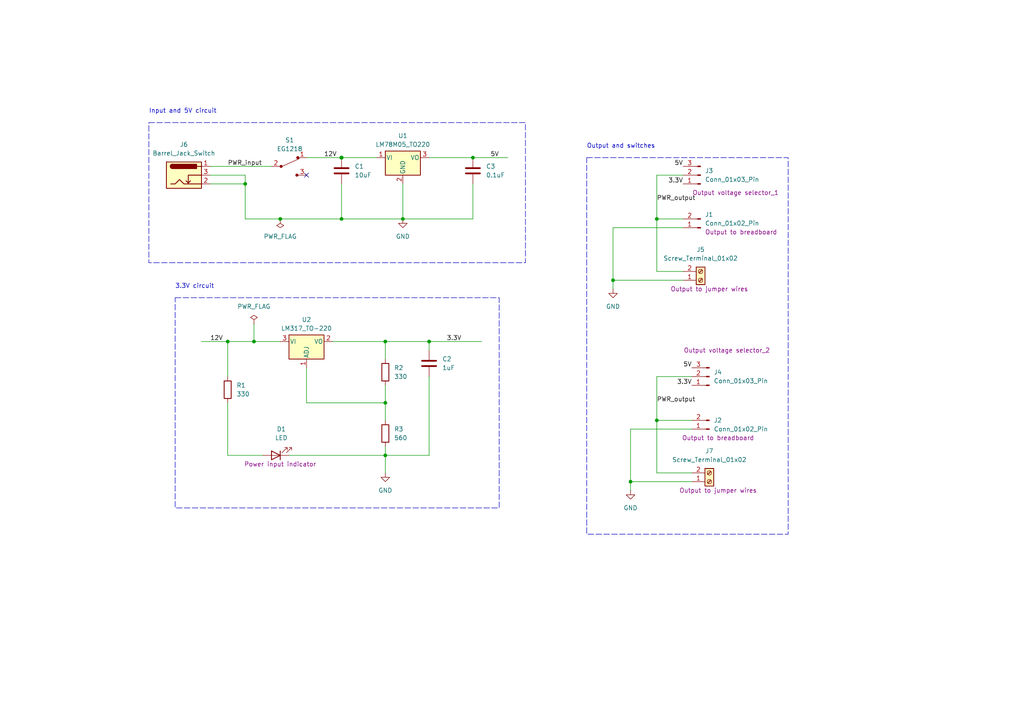
<source format=kicad_sch>
(kicad_sch (version 20230121) (generator eeschema)

  (uuid dc89dc35-6561-4117-872a-91dbdc66a9cd)

  (paper "A4")

  (title_block
    (title "Breadboard Project")
    (date "2024-07-05")
    (rev "1")
  )

  (lib_symbols
    (symbol "Connector:Barrel_Jack_Switch" (pin_names hide) (in_bom yes) (on_board yes)
      (property "Reference" "J" (at 0 5.334 0)
        (effects (font (size 1.27 1.27)))
      )
      (property "Value" "Barrel_Jack_Switch" (at 0 -5.08 0)
        (effects (font (size 1.27 1.27)))
      )
      (property "Footprint" "" (at 1.27 -1.016 0)
        (effects (font (size 1.27 1.27)) hide)
      )
      (property "Datasheet" "~" (at 1.27 -1.016 0)
        (effects (font (size 1.27 1.27)) hide)
      )
      (property "ki_keywords" "DC power barrel jack connector" (at 0 0 0)
        (effects (font (size 1.27 1.27)) hide)
      )
      (property "ki_description" "DC Barrel Jack with an internal switch" (at 0 0 0)
        (effects (font (size 1.27 1.27)) hide)
      )
      (property "ki_fp_filters" "BarrelJack*" (at 0 0 0)
        (effects (font (size 1.27 1.27)) hide)
      )
      (symbol "Barrel_Jack_Switch_0_1"
        (rectangle (start -5.08 3.81) (end 5.08 -3.81)
          (stroke (width 0.254) (type default))
          (fill (type background))
        )
        (arc (start -3.302 3.175) (mid -3.9343 2.54) (end -3.302 1.905)
          (stroke (width 0.254) (type default))
          (fill (type none))
        )
        (arc (start -3.302 3.175) (mid -3.9343 2.54) (end -3.302 1.905)
          (stroke (width 0.254) (type default))
          (fill (type outline))
        )
        (polyline
          (pts
            (xy 1.27 -2.286)
            (xy 1.905 -1.651)
          )
          (stroke (width 0.254) (type default))
          (fill (type none))
        )
        (polyline
          (pts
            (xy 5.08 2.54)
            (xy 3.81 2.54)
          )
          (stroke (width 0.254) (type default))
          (fill (type none))
        )
        (polyline
          (pts
            (xy 5.08 0)
            (xy 1.27 0)
            (xy 1.27 -2.286)
            (xy 0.635 -1.651)
          )
          (stroke (width 0.254) (type default))
          (fill (type none))
        )
        (polyline
          (pts
            (xy -3.81 -2.54)
            (xy -2.54 -2.54)
            (xy -1.27 -1.27)
            (xy 0 -2.54)
            (xy 2.54 -2.54)
            (xy 5.08 -2.54)
          )
          (stroke (width 0.254) (type default))
          (fill (type none))
        )
        (rectangle (start 3.683 3.175) (end -3.302 1.905)
          (stroke (width 0.254) (type default))
          (fill (type outline))
        )
      )
      (symbol "Barrel_Jack_Switch_1_1"
        (pin passive line (at 7.62 2.54 180) (length 2.54)
          (name "~" (effects (font (size 1.27 1.27))))
          (number "1" (effects (font (size 1.27 1.27))))
        )
        (pin passive line (at 7.62 -2.54 180) (length 2.54)
          (name "~" (effects (font (size 1.27 1.27))))
          (number "2" (effects (font (size 1.27 1.27))))
        )
        (pin passive line (at 7.62 0 180) (length 2.54)
          (name "~" (effects (font (size 1.27 1.27))))
          (number "3" (effects (font (size 1.27 1.27))))
        )
      )
    )
    (symbol "Connector:Conn_01x02_Pin" (pin_names (offset 1.016) hide) (in_bom yes) (on_board yes)
      (property "Reference" "J" (at 0 2.54 0)
        (effects (font (size 1.27 1.27)))
      )
      (property "Value" "Conn_01x02_Pin" (at 0 -5.08 0)
        (effects (font (size 1.27 1.27)))
      )
      (property "Footprint" "" (at 0 0 0)
        (effects (font (size 1.27 1.27)) hide)
      )
      (property "Datasheet" "~" (at 0 0 0)
        (effects (font (size 1.27 1.27)) hide)
      )
      (property "ki_locked" "" (at 0 0 0)
        (effects (font (size 1.27 1.27)))
      )
      (property "ki_keywords" "connector" (at 0 0 0)
        (effects (font (size 1.27 1.27)) hide)
      )
      (property "ki_description" "Generic connector, single row, 01x02, script generated" (at 0 0 0)
        (effects (font (size 1.27 1.27)) hide)
      )
      (property "ki_fp_filters" "Connector*:*_1x??_*" (at 0 0 0)
        (effects (font (size 1.27 1.27)) hide)
      )
      (symbol "Conn_01x02_Pin_1_1"
        (polyline
          (pts
            (xy 1.27 -2.54)
            (xy 0.8636 -2.54)
          )
          (stroke (width 0.1524) (type default))
          (fill (type none))
        )
        (polyline
          (pts
            (xy 1.27 0)
            (xy 0.8636 0)
          )
          (stroke (width 0.1524) (type default))
          (fill (type none))
        )
        (rectangle (start 0.8636 -2.413) (end 0 -2.667)
          (stroke (width 0.1524) (type default))
          (fill (type outline))
        )
        (rectangle (start 0.8636 0.127) (end 0 -0.127)
          (stroke (width 0.1524) (type default))
          (fill (type outline))
        )
        (pin passive line (at 5.08 0 180) (length 3.81)
          (name "Pin_1" (effects (font (size 1.27 1.27))))
          (number "1" (effects (font (size 1.27 1.27))))
        )
        (pin passive line (at 5.08 -2.54 180) (length 3.81)
          (name "Pin_2" (effects (font (size 1.27 1.27))))
          (number "2" (effects (font (size 1.27 1.27))))
        )
      )
    )
    (symbol "Connector:Conn_01x03_Pin" (pin_names (offset 1.016) hide) (in_bom yes) (on_board yes)
      (property "Reference" "J" (at 0 5.08 0)
        (effects (font (size 1.27 1.27)))
      )
      (property "Value" "Conn_01x03_Pin" (at 0 -5.08 0)
        (effects (font (size 1.27 1.27)))
      )
      (property "Footprint" "" (at 0 0 0)
        (effects (font (size 1.27 1.27)) hide)
      )
      (property "Datasheet" "~" (at 0 0 0)
        (effects (font (size 1.27 1.27)) hide)
      )
      (property "ki_locked" "" (at 0 0 0)
        (effects (font (size 1.27 1.27)))
      )
      (property "ki_keywords" "connector" (at 0 0 0)
        (effects (font (size 1.27 1.27)) hide)
      )
      (property "ki_description" "Generic connector, single row, 01x03, script generated" (at 0 0 0)
        (effects (font (size 1.27 1.27)) hide)
      )
      (property "ki_fp_filters" "Connector*:*_1x??_*" (at 0 0 0)
        (effects (font (size 1.27 1.27)) hide)
      )
      (symbol "Conn_01x03_Pin_1_1"
        (polyline
          (pts
            (xy 1.27 -2.54)
            (xy 0.8636 -2.54)
          )
          (stroke (width 0.1524) (type default))
          (fill (type none))
        )
        (polyline
          (pts
            (xy 1.27 0)
            (xy 0.8636 0)
          )
          (stroke (width 0.1524) (type default))
          (fill (type none))
        )
        (polyline
          (pts
            (xy 1.27 2.54)
            (xy 0.8636 2.54)
          )
          (stroke (width 0.1524) (type default))
          (fill (type none))
        )
        (rectangle (start 0.8636 -2.413) (end 0 -2.667)
          (stroke (width 0.1524) (type default))
          (fill (type outline))
        )
        (rectangle (start 0.8636 0.127) (end 0 -0.127)
          (stroke (width 0.1524) (type default))
          (fill (type outline))
        )
        (rectangle (start 0.8636 2.667) (end 0 2.413)
          (stroke (width 0.1524) (type default))
          (fill (type outline))
        )
        (pin passive line (at 5.08 2.54 180) (length 3.81)
          (name "Pin_1" (effects (font (size 1.27 1.27))))
          (number "1" (effects (font (size 1.27 1.27))))
        )
        (pin passive line (at 5.08 0 180) (length 3.81)
          (name "Pin_2" (effects (font (size 1.27 1.27))))
          (number "2" (effects (font (size 1.27 1.27))))
        )
        (pin passive line (at 5.08 -2.54 180) (length 3.81)
          (name "Pin_3" (effects (font (size 1.27 1.27))))
          (number "3" (effects (font (size 1.27 1.27))))
        )
      )
    )
    (symbol "Connector:Screw_Terminal_01x02" (pin_names (offset 1.016) hide) (in_bom yes) (on_board yes)
      (property "Reference" "J" (at 0 2.54 0)
        (effects (font (size 1.27 1.27)))
      )
      (property "Value" "Screw_Terminal_01x02" (at 0 -5.08 0)
        (effects (font (size 1.27 1.27)))
      )
      (property "Footprint" "" (at 0 0 0)
        (effects (font (size 1.27 1.27)) hide)
      )
      (property "Datasheet" "~" (at 0 0 0)
        (effects (font (size 1.27 1.27)) hide)
      )
      (property "ki_keywords" "screw terminal" (at 0 0 0)
        (effects (font (size 1.27 1.27)) hide)
      )
      (property "ki_description" "Generic screw terminal, single row, 01x02, script generated (kicad-library-utils/schlib/autogen/connector/)" (at 0 0 0)
        (effects (font (size 1.27 1.27)) hide)
      )
      (property "ki_fp_filters" "TerminalBlock*:*" (at 0 0 0)
        (effects (font (size 1.27 1.27)) hide)
      )
      (symbol "Screw_Terminal_01x02_1_1"
        (rectangle (start -1.27 1.27) (end 1.27 -3.81)
          (stroke (width 0.254) (type default))
          (fill (type background))
        )
        (circle (center 0 -2.54) (radius 0.635)
          (stroke (width 0.1524) (type default))
          (fill (type none))
        )
        (polyline
          (pts
            (xy -0.5334 -2.2098)
            (xy 0.3302 -3.048)
          )
          (stroke (width 0.1524) (type default))
          (fill (type none))
        )
        (polyline
          (pts
            (xy -0.5334 0.3302)
            (xy 0.3302 -0.508)
          )
          (stroke (width 0.1524) (type default))
          (fill (type none))
        )
        (polyline
          (pts
            (xy -0.3556 -2.032)
            (xy 0.508 -2.8702)
          )
          (stroke (width 0.1524) (type default))
          (fill (type none))
        )
        (polyline
          (pts
            (xy -0.3556 0.508)
            (xy 0.508 -0.3302)
          )
          (stroke (width 0.1524) (type default))
          (fill (type none))
        )
        (circle (center 0 0) (radius 0.635)
          (stroke (width 0.1524) (type default))
          (fill (type none))
        )
        (pin passive line (at -5.08 0 0) (length 3.81)
          (name "Pin_1" (effects (font (size 1.27 1.27))))
          (number "1" (effects (font (size 1.27 1.27))))
        )
        (pin passive line (at -5.08 -2.54 0) (length 3.81)
          (name "Pin_2" (effects (font (size 1.27 1.27))))
          (number "2" (effects (font (size 1.27 1.27))))
        )
      )
    )
    (symbol "Device:C" (pin_numbers hide) (pin_names (offset 0.254)) (in_bom yes) (on_board yes)
      (property "Reference" "C" (at 0.635 2.54 0)
        (effects (font (size 1.27 1.27)) (justify left))
      )
      (property "Value" "C" (at 0.635 -2.54 0)
        (effects (font (size 1.27 1.27)) (justify left))
      )
      (property "Footprint" "" (at 0.9652 -3.81 0)
        (effects (font (size 1.27 1.27)) hide)
      )
      (property "Datasheet" "~" (at 0 0 0)
        (effects (font (size 1.27 1.27)) hide)
      )
      (property "ki_keywords" "cap capacitor" (at 0 0 0)
        (effects (font (size 1.27 1.27)) hide)
      )
      (property "ki_description" "Unpolarized capacitor" (at 0 0 0)
        (effects (font (size 1.27 1.27)) hide)
      )
      (property "ki_fp_filters" "C_*" (at 0 0 0)
        (effects (font (size 1.27 1.27)) hide)
      )
      (symbol "C_0_1"
        (polyline
          (pts
            (xy -2.032 -0.762)
            (xy 2.032 -0.762)
          )
          (stroke (width 0.508) (type default))
          (fill (type none))
        )
        (polyline
          (pts
            (xy -2.032 0.762)
            (xy 2.032 0.762)
          )
          (stroke (width 0.508) (type default))
          (fill (type none))
        )
      )
      (symbol "C_1_1"
        (pin passive line (at 0 3.81 270) (length 2.794)
          (name "~" (effects (font (size 1.27 1.27))))
          (number "1" (effects (font (size 1.27 1.27))))
        )
        (pin passive line (at 0 -3.81 90) (length 2.794)
          (name "~" (effects (font (size 1.27 1.27))))
          (number "2" (effects (font (size 1.27 1.27))))
        )
      )
    )
    (symbol "Device:LED" (pin_numbers hide) (pin_names (offset 1.016) hide) (in_bom yes) (on_board yes)
      (property "Reference" "D" (at 0 2.54 0)
        (effects (font (size 1.27 1.27)))
      )
      (property "Value" "LED" (at 0 -2.54 0)
        (effects (font (size 1.27 1.27)))
      )
      (property "Footprint" "" (at 0 0 0)
        (effects (font (size 1.27 1.27)) hide)
      )
      (property "Datasheet" "~" (at 0 0 0)
        (effects (font (size 1.27 1.27)) hide)
      )
      (property "ki_keywords" "LED diode" (at 0 0 0)
        (effects (font (size 1.27 1.27)) hide)
      )
      (property "ki_description" "Light emitting diode" (at 0 0 0)
        (effects (font (size 1.27 1.27)) hide)
      )
      (property "ki_fp_filters" "LED* LED_SMD:* LED_THT:*" (at 0 0 0)
        (effects (font (size 1.27 1.27)) hide)
      )
      (symbol "LED_0_1"
        (polyline
          (pts
            (xy -1.27 -1.27)
            (xy -1.27 1.27)
          )
          (stroke (width 0.254) (type default))
          (fill (type none))
        )
        (polyline
          (pts
            (xy -1.27 0)
            (xy 1.27 0)
          )
          (stroke (width 0) (type default))
          (fill (type none))
        )
        (polyline
          (pts
            (xy 1.27 -1.27)
            (xy 1.27 1.27)
            (xy -1.27 0)
            (xy 1.27 -1.27)
          )
          (stroke (width 0.254) (type default))
          (fill (type none))
        )
        (polyline
          (pts
            (xy -3.048 -0.762)
            (xy -4.572 -2.286)
            (xy -3.81 -2.286)
            (xy -4.572 -2.286)
            (xy -4.572 -1.524)
          )
          (stroke (width 0) (type default))
          (fill (type none))
        )
        (polyline
          (pts
            (xy -1.778 -0.762)
            (xy -3.302 -2.286)
            (xy -2.54 -2.286)
            (xy -3.302 -2.286)
            (xy -3.302 -1.524)
          )
          (stroke (width 0) (type default))
          (fill (type none))
        )
      )
      (symbol "LED_1_1"
        (pin passive line (at -3.81 0 0) (length 2.54)
          (name "K" (effects (font (size 1.27 1.27))))
          (number "1" (effects (font (size 1.27 1.27))))
        )
        (pin passive line (at 3.81 0 180) (length 2.54)
          (name "A" (effects (font (size 1.27 1.27))))
          (number "2" (effects (font (size 1.27 1.27))))
        )
      )
    )
    (symbol "Device:R" (pin_numbers hide) (pin_names (offset 0)) (in_bom yes) (on_board yes)
      (property "Reference" "R" (at 2.032 0 90)
        (effects (font (size 1.27 1.27)))
      )
      (property "Value" "R" (at 0 0 90)
        (effects (font (size 1.27 1.27)))
      )
      (property "Footprint" "" (at -1.778 0 90)
        (effects (font (size 1.27 1.27)) hide)
      )
      (property "Datasheet" "~" (at 0 0 0)
        (effects (font (size 1.27 1.27)) hide)
      )
      (property "ki_keywords" "R res resistor" (at 0 0 0)
        (effects (font (size 1.27 1.27)) hide)
      )
      (property "ki_description" "Resistor" (at 0 0 0)
        (effects (font (size 1.27 1.27)) hide)
      )
      (property "ki_fp_filters" "R_*" (at 0 0 0)
        (effects (font (size 1.27 1.27)) hide)
      )
      (symbol "R_0_1"
        (rectangle (start -1.016 -2.54) (end 1.016 2.54)
          (stroke (width 0.254) (type default))
          (fill (type none))
        )
      )
      (symbol "R_1_1"
        (pin passive line (at 0 3.81 270) (length 1.27)
          (name "~" (effects (font (size 1.27 1.27))))
          (number "1" (effects (font (size 1.27 1.27))))
        )
        (pin passive line (at 0 -3.81 90) (length 1.27)
          (name "~" (effects (font (size 1.27 1.27))))
          (number "2" (effects (font (size 1.27 1.27))))
        )
      )
    )
    (symbol "Regulator_Linear:LM317_TO-220" (pin_names (offset 0.254)) (in_bom yes) (on_board yes)
      (property "Reference" "U" (at -3.81 3.175 0)
        (effects (font (size 1.27 1.27)))
      )
      (property "Value" "LM317_TO-220" (at 0 3.175 0)
        (effects (font (size 1.27 1.27)) (justify left))
      )
      (property "Footprint" "Package_TO_SOT_THT:TO-220-3_Vertical" (at 0 6.35 0)
        (effects (font (size 1.27 1.27) italic) hide)
      )
      (property "Datasheet" "http://www.ti.com/lit/ds/symlink/lm317.pdf" (at 0 0 0)
        (effects (font (size 1.27 1.27)) hide)
      )
      (property "ki_keywords" "Adjustable Voltage Regulator 1A Positive" (at 0 0 0)
        (effects (font (size 1.27 1.27)) hide)
      )
      (property "ki_description" "1.5A 35V Adjustable Linear Regulator, TO-220" (at 0 0 0)
        (effects (font (size 1.27 1.27)) hide)
      )
      (property "ki_fp_filters" "TO?220*" (at 0 0 0)
        (effects (font (size 1.27 1.27)) hide)
      )
      (symbol "LM317_TO-220_0_1"
        (rectangle (start -5.08 1.905) (end 5.08 -5.08)
          (stroke (width 0.254) (type default))
          (fill (type background))
        )
      )
      (symbol "LM317_TO-220_1_1"
        (pin input line (at 0 -7.62 90) (length 2.54)
          (name "ADJ" (effects (font (size 1.27 1.27))))
          (number "1" (effects (font (size 1.27 1.27))))
        )
        (pin power_out line (at 7.62 0 180) (length 2.54)
          (name "VO" (effects (font (size 1.27 1.27))))
          (number "2" (effects (font (size 1.27 1.27))))
        )
        (pin power_in line (at -7.62 0 0) (length 2.54)
          (name "VI" (effects (font (size 1.27 1.27))))
          (number "3" (effects (font (size 1.27 1.27))))
        )
      )
    )
    (symbol "Regulator_Linear:LM78M05_TO220" (pin_names (offset 0.254)) (in_bom yes) (on_board yes)
      (property "Reference" "U" (at -3.81 3.175 0)
        (effects (font (size 1.27 1.27)))
      )
      (property "Value" "LM78M05_TO220" (at 0 3.175 0)
        (effects (font (size 1.27 1.27)) (justify left))
      )
      (property "Footprint" "Package_TO_SOT_THT:TO-220-3_Vertical" (at 0 5.715 0)
        (effects (font (size 1.27 1.27) italic) hide)
      )
      (property "Datasheet" "https://www.onsemi.com/pub/Collateral/MC78M00-D.PDF" (at 0 -1.27 0)
        (effects (font (size 1.27 1.27)) hide)
      )
      (property "ki_keywords" "Voltage Regulator 500mA Positive" (at 0 0 0)
        (effects (font (size 1.27 1.27)) hide)
      )
      (property "ki_description" "Positive 500mA 35V Linear Regulator, Fixed Output 5V, TO-220" (at 0 0 0)
        (effects (font (size 1.27 1.27)) hide)
      )
      (property "ki_fp_filters" "TO?220*" (at 0 0 0)
        (effects (font (size 1.27 1.27)) hide)
      )
      (symbol "LM78M05_TO220_0_1"
        (rectangle (start -5.08 1.905) (end 5.08 -5.08)
          (stroke (width 0.254) (type default))
          (fill (type background))
        )
      )
      (symbol "LM78M05_TO220_1_1"
        (pin power_in line (at -7.62 0 0) (length 2.54)
          (name "VI" (effects (font (size 1.27 1.27))))
          (number "1" (effects (font (size 1.27 1.27))))
        )
        (pin power_in line (at 0 -7.62 90) (length 2.54)
          (name "GND" (effects (font (size 1.27 1.27))))
          (number "2" (effects (font (size 1.27 1.27))))
        )
        (pin power_out line (at 7.62 0 180) (length 2.54)
          (name "VO" (effects (font (size 1.27 1.27))))
          (number "3" (effects (font (size 1.27 1.27))))
        )
      )
    )
    (symbol "dk_Slide-Switches:EG1218" (pin_names (offset 0)) (in_bom yes) (on_board yes)
      (property "Reference" "S" (at -3.81 2.286 0)
        (effects (font (size 1.27 1.27)))
      )
      (property "Value" "EG1218" (at 0 -5.334 0)
        (effects (font (size 1.27 1.27)))
      )
      (property "Footprint" "digikey-footprints:Switch_Slide_11.6x4mm_EG1218" (at 5.08 5.08 0)
        (effects (font (size 1.27 1.27)) (justify left) hide)
      )
      (property "Datasheet" "http://spec_sheets.e-switch.com/specs/P040040.pdf" (at 5.08 7.62 0)
        (effects (font (size 1.524 1.524)) (justify left) hide)
      )
      (property "Digi-Key_PN" "EG1903-ND" (at 5.08 10.16 0)
        (effects (font (size 1.524 1.524)) (justify left) hide)
      )
      (property "MPN" "EG1218" (at 5.08 12.7 0)
        (effects (font (size 1.524 1.524)) (justify left) hide)
      )
      (property "Category" "Switches" (at 5.08 15.24 0)
        (effects (font (size 1.524 1.524)) (justify left) hide)
      )
      (property "Family" "Slide Switches" (at 5.08 17.78 0)
        (effects (font (size 1.524 1.524)) (justify left) hide)
      )
      (property "DK_Datasheet_Link" "http://spec_sheets.e-switch.com/specs/P040040.pdf" (at 5.08 20.32 0)
        (effects (font (size 1.524 1.524)) (justify left) hide)
      )
      (property "DK_Detail_Page" "/product-detail/en/e-switch/EG1218/EG1903-ND/101726" (at 5.08 22.86 0)
        (effects (font (size 1.524 1.524)) (justify left) hide)
      )
      (property "Description" "SWITCH SLIDE SPDT 200MA 30V" (at 5.08 25.4 0)
        (effects (font (size 1.524 1.524)) (justify left) hide)
      )
      (property "Manufacturer" "E-Switch" (at 5.08 27.94 0)
        (effects (font (size 1.524 1.524)) (justify left) hide)
      )
      (property "Status" "Active" (at 5.08 30.48 0)
        (effects (font (size 1.524 1.524)) (justify left) hide)
      )
      (property "ki_keywords" "EG1903-ND EG" (at 0 0 0)
        (effects (font (size 1.27 1.27)) hide)
      )
      (property "ki_description" "SWITCH SLIDE SPDT 200MA 30V" (at 0 0 0)
        (effects (font (size 1.27 1.27)) hide)
      )
      (symbol "EG1218_0_1"
        (circle (center -2.286 0) (radius 0.3556)
          (stroke (width 0) (type solid))
          (fill (type outline))
        )
        (polyline
          (pts
            (xy -2.032 0)
            (xy 3.048 2.286)
          )
          (stroke (width 0) (type solid))
          (fill (type none))
        )
        (circle (center 2.286 -2.54) (radius 0.3556)
          (stroke (width 0) (type solid))
          (fill (type outline))
        )
        (circle (center 2.54 2.54) (radius 0.3556)
          (stroke (width 0) (type solid))
          (fill (type outline))
        )
      )
      (symbol "EG1218_1_1"
        (pin passive line (at 5.08 2.54 180) (length 2.54)
          (name "~" (effects (font (size 1.27 1.27))))
          (number "1" (effects (font (size 1.27 1.27))))
        )
        (pin passive line (at -5.08 0 0) (length 2.54)
          (name "~" (effects (font (size 1.27 1.27))))
          (number "2" (effects (font (size 1.27 1.27))))
        )
        (pin passive line (at 5.08 -2.54 180) (length 2.54)
          (name "~" (effects (font (size 1.27 1.27))))
          (number "3" (effects (font (size 1.27 1.27))))
        )
      )
    )
    (symbol "power:GND" (power) (pin_names (offset 0)) (in_bom yes) (on_board yes)
      (property "Reference" "#PWR" (at 0 -6.35 0)
        (effects (font (size 1.27 1.27)) hide)
      )
      (property "Value" "GND" (at 0 -3.81 0)
        (effects (font (size 1.27 1.27)))
      )
      (property "Footprint" "" (at 0 0 0)
        (effects (font (size 1.27 1.27)) hide)
      )
      (property "Datasheet" "" (at 0 0 0)
        (effects (font (size 1.27 1.27)) hide)
      )
      (property "ki_keywords" "global power" (at 0 0 0)
        (effects (font (size 1.27 1.27)) hide)
      )
      (property "ki_description" "Power symbol creates a global label with name \"GND\" , ground" (at 0 0 0)
        (effects (font (size 1.27 1.27)) hide)
      )
      (symbol "GND_0_1"
        (polyline
          (pts
            (xy 0 0)
            (xy 0 -1.27)
            (xy 1.27 -1.27)
            (xy 0 -2.54)
            (xy -1.27 -1.27)
            (xy 0 -1.27)
          )
          (stroke (width 0) (type default))
          (fill (type none))
        )
      )
      (symbol "GND_1_1"
        (pin power_in line (at 0 0 270) (length 0) hide
          (name "GND" (effects (font (size 1.27 1.27))))
          (number "1" (effects (font (size 1.27 1.27))))
        )
      )
    )
    (symbol "power:PWR_FLAG" (power) (pin_numbers hide) (pin_names (offset 0) hide) (in_bom yes) (on_board yes)
      (property "Reference" "#FLG" (at 0 1.905 0)
        (effects (font (size 1.27 1.27)) hide)
      )
      (property "Value" "PWR_FLAG" (at 0 3.81 0)
        (effects (font (size 1.27 1.27)))
      )
      (property "Footprint" "" (at 0 0 0)
        (effects (font (size 1.27 1.27)) hide)
      )
      (property "Datasheet" "~" (at 0 0 0)
        (effects (font (size 1.27 1.27)) hide)
      )
      (property "ki_keywords" "flag power" (at 0 0 0)
        (effects (font (size 1.27 1.27)) hide)
      )
      (property "ki_description" "Special symbol for telling ERC where power comes from" (at 0 0 0)
        (effects (font (size 1.27 1.27)) hide)
      )
      (symbol "PWR_FLAG_0_0"
        (pin power_out line (at 0 0 90) (length 0)
          (name "pwr" (effects (font (size 1.27 1.27))))
          (number "1" (effects (font (size 1.27 1.27))))
        )
      )
      (symbol "PWR_FLAG_0_1"
        (polyline
          (pts
            (xy 0 0)
            (xy 0 1.27)
            (xy -1.016 1.905)
            (xy 0 2.54)
            (xy 1.016 1.905)
            (xy 0 1.27)
          )
          (stroke (width 0) (type default))
          (fill (type none))
        )
      )
    )
  )

  (junction (at 182.88 139.7) (diameter 0) (color 0 0 0 0)
    (uuid 1179a0b4-e3a9-405b-a797-3ab3e8907103)
  )
  (junction (at 111.76 99.06) (diameter 0) (color 0 0 0 0)
    (uuid 14ae464f-e8ad-413a-a5c6-95101d4cf408)
  )
  (junction (at 66.04 99.06) (diameter 0) (color 0 0 0 0)
    (uuid 30333bcb-3de7-4b73-bb2b-52fb723401ca)
  )
  (junction (at 190.5 63.5) (diameter 0) (color 0 0 0 0)
    (uuid 47661932-391a-4fc2-b2be-ef477180fac0)
  )
  (junction (at 177.8 81.28) (diameter 0) (color 0 0 0 0)
    (uuid 4d6bd04b-3ba1-4392-9ea7-e1bb28a03fd0)
  )
  (junction (at 124.46 99.06) (diameter 0) (color 0 0 0 0)
    (uuid 4e5dbf5a-5290-4f5e-b911-50ee0e1be462)
  )
  (junction (at 111.76 132.08) (diameter 0) (color 0 0 0 0)
    (uuid 5b4ed909-45af-4ba6-bf63-2245b15631c5)
  )
  (junction (at 111.76 116.84) (diameter 0) (color 0 0 0 0)
    (uuid 60aea3c8-2408-4da9-9583-304480b9b44f)
  )
  (junction (at 99.06 63.5) (diameter 0) (color 0 0 0 0)
    (uuid 6a5e1233-38df-44e1-bf19-905c6b66f22f)
  )
  (junction (at 116.84 63.5) (diameter 0) (color 0 0 0 0)
    (uuid 7a56d78e-965d-4c66-874e-15d133199b74)
  )
  (junction (at 99.06 45.72) (diameter 1) (color 0 0 0 0)
    (uuid 8d4fa4e5-f94d-490e-80c1-929e6406d270)
  )
  (junction (at 81.28 63.5) (diameter 0) (color 0 0 0 0)
    (uuid c9260a2e-429a-4b10-9971-669eeb67817b)
  )
  (junction (at 71.12 53.34) (diameter 0) (color 0 0 0 0)
    (uuid c9c72eae-8196-4b9d-a7d2-50c2745c9519)
  )
  (junction (at 73.66 99.06) (diameter 0) (color 0 0 0 0)
    (uuid d1cbb705-881b-4dd1-ba19-44afd76227f4)
  )
  (junction (at 190.5 121.92) (diameter 0) (color 0 0 0 0)
    (uuid d4c22463-16e9-47b9-b480-498e42f2609c)
  )
  (junction (at 137.16 45.72) (diameter 0) (color 0 0 0 0)
    (uuid f554d0d6-870e-4178-8bf5-319d6bae1294)
  )

  (no_connect (at 88.9 50.8) (uuid db5e4ca1-fa50-4d8c-9363-946d5cefde5e))

  (wire (pts (xy 124.46 45.72) (xy 137.16 45.72))
    (stroke (width 0) (type default))
    (uuid 01edad69-65e9-411b-9d57-8a329bc19e1b)
  )
  (wire (pts (xy 96.52 99.06) (xy 111.76 99.06))
    (stroke (width 0) (type default))
    (uuid 03d98bae-7f86-4f85-9b96-02fbfaf3eacc)
  )
  (wire (pts (xy 111.76 111.76) (xy 111.76 116.84))
    (stroke (width 0) (type default))
    (uuid 03f0fa60-b1c1-4246-b4e7-975394228f56)
  )
  (wire (pts (xy 111.76 99.06) (xy 111.76 104.14))
    (stroke (width 0) (type default))
    (uuid 059b8319-387c-4142-87cd-d07534463dce)
  )
  (wire (pts (xy 190.5 63.5) (xy 190.5 78.74))
    (stroke (width 0) (type default))
    (uuid 09958f9b-074e-4114-b6d2-7312194318ea)
  )
  (wire (pts (xy 190.5 121.92) (xy 190.5 137.16))
    (stroke (width 0) (type default))
    (uuid 09e789d8-9666-43c6-bdab-f68e2b161689)
  )
  (wire (pts (xy 198.12 50.8) (xy 190.5 50.8))
    (stroke (width 0) (type default))
    (uuid 116c911f-503b-4379-a481-b12112dfe7ad)
  )
  (wire (pts (xy 99.06 53.34) (xy 99.06 63.5))
    (stroke (width 0) (type default))
    (uuid 1b0517ed-674e-440e-b888-ca7e11df00e2)
  )
  (wire (pts (xy 124.46 109.22) (xy 124.46 132.08))
    (stroke (width 0) (type default))
    (uuid 1dabb869-107b-4c65-abe9-7f99bb60a547)
  )
  (wire (pts (xy 137.16 63.5) (xy 116.84 63.5))
    (stroke (width 0) (type default))
    (uuid 1fc4c14e-5feb-48ea-8f1b-de350f2a2534)
  )
  (wire (pts (xy 182.88 139.7) (xy 182.88 142.24))
    (stroke (width 0) (type default))
    (uuid 21257e79-2e62-483f-8c7f-e3a65ccc8e05)
  )
  (wire (pts (xy 177.8 81.28) (xy 177.8 83.82))
    (stroke (width 0) (type default))
    (uuid 24c041c1-e163-4f7f-90bb-de2618f9bd5a)
  )
  (wire (pts (xy 88.9 45.72) (xy 99.06 45.72))
    (stroke (width 0) (type default))
    (uuid 279897cb-0044-47d7-8377-0d7768552a5d)
  )
  (wire (pts (xy 66.04 132.08) (xy 76.2 132.08))
    (stroke (width 0) (type default))
    (uuid 29402b5d-be71-459e-8371-905a64c317fb)
  )
  (wire (pts (xy 200.66 139.7) (xy 182.88 139.7))
    (stroke (width 0) (type default))
    (uuid 32a4fa2b-c571-4732-a24e-e87676971f04)
  )
  (wire (pts (xy 124.46 132.08) (xy 111.76 132.08))
    (stroke (width 0) (type default))
    (uuid 39dd2e54-a329-42ba-b99c-1ea8792fc404)
  )
  (wire (pts (xy 190.5 63.5) (xy 198.12 63.5))
    (stroke (width 0) (type default))
    (uuid 4319e03b-c89b-4bdc-bcbe-eeeaf6e99899)
  )
  (wire (pts (xy 111.76 132.08) (xy 83.82 132.08))
    (stroke (width 0) (type default))
    (uuid 48e329e2-3657-4184-8d84-cef93c8df2ff)
  )
  (wire (pts (xy 88.9 116.84) (xy 111.76 116.84))
    (stroke (width 0) (type default))
    (uuid 4ee3943c-99bb-4cfd-a72a-a32ec45838c6)
  )
  (wire (pts (xy 88.9 106.68) (xy 88.9 116.84))
    (stroke (width 0) (type default))
    (uuid 530b96ef-c701-490e-8528-56fee2955fe4)
  )
  (wire (pts (xy 198.12 81.28) (xy 177.8 81.28))
    (stroke (width 0) (type default))
    (uuid 5b33cc0f-87b8-425e-becc-44c9e3adb7ab)
  )
  (wire (pts (xy 182.88 124.46) (xy 182.88 139.7))
    (stroke (width 0) (type default))
    (uuid 61184226-747e-49b1-b9f9-5a73c9d95f2e)
  )
  (wire (pts (xy 60.96 53.34) (xy 71.12 53.34))
    (stroke (width 0) (type default))
    (uuid 64f0a6a3-8d4c-451c-b5ac-8d619242df8b)
  )
  (wire (pts (xy 190.5 78.74) (xy 198.12 78.74))
    (stroke (width 0) (type default))
    (uuid 655dec3c-5097-47c7-847e-e29a0d0a1274)
  )
  (wire (pts (xy 66.04 99.06) (xy 66.04 109.22))
    (stroke (width 0) (type default))
    (uuid 6b713cc0-6b2d-40a3-9c5f-bd0f6e13e428)
  )
  (wire (pts (xy 124.46 99.06) (xy 124.46 101.6))
    (stroke (width 0) (type default))
    (uuid 7005ecbc-a80e-4402-b20d-1a3e41886495)
  )
  (wire (pts (xy 81.28 63.5) (xy 99.06 63.5))
    (stroke (width 0) (type default))
    (uuid 886e7111-8321-40b4-b7ca-42c8d13090a2)
  )
  (wire (pts (xy 190.5 109.22) (xy 200.66 109.22))
    (stroke (width 0) (type default))
    (uuid 8aa21ef6-2652-4b96-9ed0-06072b8348f8)
  )
  (wire (pts (xy 60.96 50.8) (xy 71.12 50.8))
    (stroke (width 0) (type default))
    (uuid 8d4b8b42-c54a-49fa-981d-92ebb295ad6e)
  )
  (wire (pts (xy 111.76 132.08) (xy 111.76 137.16))
    (stroke (width 0) (type default))
    (uuid 9418fb6a-3c11-464b-9a45-a8fc50f782dd)
  )
  (wire (pts (xy 71.12 63.5) (xy 81.28 63.5))
    (stroke (width 0) (type default))
    (uuid 9a611e84-9446-4b89-be58-4027af869642)
  )
  (wire (pts (xy 58.42 99.06) (xy 66.04 99.06))
    (stroke (width 0) (type default))
    (uuid a6b5bb83-295f-4980-934b-38744a3bc7dc)
  )
  (wire (pts (xy 111.76 99.06) (xy 124.46 99.06))
    (stroke (width 0) (type default))
    (uuid ac78a2c2-5ea3-4632-8241-15fca1481fa6)
  )
  (wire (pts (xy 116.84 53.34) (xy 116.84 63.5))
    (stroke (width 0) (type default))
    (uuid ad6066bf-4f63-48ce-82ec-d823cabae909)
  )
  (wire (pts (xy 190.5 109.22) (xy 190.5 121.92))
    (stroke (width 0) (type default))
    (uuid ae262aaa-7be1-48fa-bb0a-8a29b26cbab1)
  )
  (wire (pts (xy 99.06 45.72) (xy 109.22 45.72))
    (stroke (width 0) (type default))
    (uuid ae397baa-f637-40c8-8fe9-2f1170723d21)
  )
  (wire (pts (xy 73.66 99.06) (xy 66.04 99.06))
    (stroke (width 0) (type default))
    (uuid b6722a0f-d741-4208-9449-9aa9cbf07e9e)
  )
  (wire (pts (xy 111.76 129.54) (xy 111.76 132.08))
    (stroke (width 0) (type default))
    (uuid b898c477-7c2d-4f1a-9550-9364e9bf76a2)
  )
  (wire (pts (xy 137.16 53.34) (xy 137.16 63.5))
    (stroke (width 0) (type default))
    (uuid b96350d3-39f0-4747-aa98-5c63fca4a6d7)
  )
  (wire (pts (xy 81.28 99.06) (xy 73.66 99.06))
    (stroke (width 0) (type default))
    (uuid c44e441d-04ac-4670-9da3-bd13b88ea15c)
  )
  (wire (pts (xy 73.66 93.98) (xy 73.66 99.06))
    (stroke (width 0) (type default))
    (uuid c9bc8bcd-3df4-4b7f-84ff-643d0586fc98)
  )
  (wire (pts (xy 190.5 137.16) (xy 200.66 137.16))
    (stroke (width 0) (type default))
    (uuid ca679451-b5b3-45db-a524-7820db8b17bb)
  )
  (wire (pts (xy 200.66 124.46) (xy 182.88 124.46))
    (stroke (width 0) (type default))
    (uuid d0558dbd-d93e-4dbe-b28e-2cb0c428d18f)
  )
  (wire (pts (xy 198.12 66.04) (xy 177.8 66.04))
    (stroke (width 0) (type default))
    (uuid da4d479f-98b9-4435-b7d5-401c86fec5d0)
  )
  (wire (pts (xy 66.04 116.84) (xy 66.04 132.08))
    (stroke (width 0) (type default))
    (uuid dc24a691-8942-444f-886a-374fcb4fc5cd)
  )
  (wire (pts (xy 177.8 66.04) (xy 177.8 81.28))
    (stroke (width 0) (type default))
    (uuid dd6befb3-d1a9-47a5-bf56-3f4e32ec4ef2)
  )
  (wire (pts (xy 71.12 50.8) (xy 71.12 53.34))
    (stroke (width 0) (type default))
    (uuid e4ddf95b-01ae-4b01-8743-fb060014e85c)
  )
  (wire (pts (xy 99.06 63.5) (xy 116.84 63.5))
    (stroke (width 0) (type default))
    (uuid e78bf098-c157-48f8-8b58-f8cbf3948839)
  )
  (wire (pts (xy 190.5 50.8) (xy 190.5 63.5))
    (stroke (width 0) (type default))
    (uuid e7faef08-57fd-4151-8504-f8a6892eff84)
  )
  (wire (pts (xy 111.76 116.84) (xy 111.76 121.92))
    (stroke (width 0) (type default))
    (uuid f0169f4b-4bc3-4795-87de-abfe458b5189)
  )
  (wire (pts (xy 124.46 99.06) (xy 139.7 99.06))
    (stroke (width 0) (type default))
    (uuid f5fc9c25-2129-4f9b-b307-83e63ad4993e)
  )
  (wire (pts (xy 190.5 121.92) (xy 200.66 121.92))
    (stroke (width 0) (type default))
    (uuid f9734926-6365-4730-93c8-e08342a07900)
  )
  (wire (pts (xy 137.16 45.72) (xy 147.32 45.72))
    (stroke (width 0) (type default))
    (uuid fb6967c3-5f27-4b43-95cd-f1da751e0091)
  )
  (wire (pts (xy 60.96 48.26) (xy 78.74 48.26))
    (stroke (width 0) (type default))
    (uuid fb9ff937-b98f-419f-8d91-7ef089ea162f)
  )
  (wire (pts (xy 71.12 53.34) (xy 71.12 63.5))
    (stroke (width 0) (type default))
    (uuid fe553a86-da0f-4652-aa15-74e6bd9dbeb9)
  )

  (rectangle (start 50.8 86.36) (end 144.78 147.32)
    (stroke (width 0) (type dash))
    (fill (type none))
    (uuid bb50c57f-2e8d-4f6c-8988-8bf9dfb59316)
  )
  (rectangle (start 43.18 35.56) (end 152.4 76.2)
    (stroke (width 0) (type dash))
    (fill (type none))
    (uuid d1981a62-09b9-4fd2-a9e7-77c94b9bc8d0)
  )
  (rectangle (start 170.18 45.72) (end 228.6 154.94)
    (stroke (width 0) (type dash))
    (fill (type none))
    (uuid dab942aa-bd4b-451c-93ea-9f2df93dd090)
  )

  (text "Output and switches" (at 170.18 43.18 0)
    (effects (font (size 1.27 1.27)) (justify left bottom))
    (uuid 0aa2a38d-3593-458d-a8bb-53741bc4486f)
  )
  (text "Input and 5V circuit" (at 43.18 33.02 0)
    (effects (font (size 1.27 1.27)) (justify left bottom))
    (uuid 1bdd4a7d-df57-401d-9811-a9866cfee2c6)
  )
  (text "3.3V circuit" (at 50.8 83.82 0)
    (effects (font (size 1.27 1.27)) (justify left bottom))
    (uuid f40b0d75-3dad-4af7-8933-3c844be7918b)
  )

  (label "PWR_output" (at 190.5 116.84 0) (fields_autoplaced)
    (effects (font (size 1.27 1.27)) (justify left bottom))
    (uuid 1ae0fc15-0a6f-403d-8494-b2aaf78bdd56)
  )
  (label "PWR_output" (at 190.5 58.42 0) (fields_autoplaced)
    (effects (font (size 1.27 1.27)) (justify left bottom))
    (uuid 1c40c4e7-8e3b-41e1-9f5e-1e9c75720867)
  )
  (label "3.3V" (at 200.66 111.76 180) (fields_autoplaced)
    (effects (font (size 1.27 1.27)) (justify right bottom))
    (uuid 39822fd6-f072-467a-a318-166d565a61ec)
  )
  (label "12V" (at 93.98 45.72 0) (fields_autoplaced)
    (effects (font (size 1.27 1.27)) (justify left bottom))
    (uuid 55f34652-ec03-4b95-bd45-766c571954ad)
  )
  (label "3.3V" (at 129.54 99.06 0) (fields_autoplaced)
    (effects (font (size 1.27 1.27)) (justify left bottom))
    (uuid 61698306-f625-4f40-bfe2-b76406143a75)
  )
  (label "PWR_input" (at 66.04 48.26 0) (fields_autoplaced)
    (effects (font (size 1.27 1.27)) (justify left bottom))
    (uuid 6bca8451-1d21-4c1d-8ae7-2642d60d2023)
  )
  (label "3.3V" (at 198.12 53.34 180) (fields_autoplaced)
    (effects (font (size 1.27 1.27)) (justify right bottom))
    (uuid 74865cb5-1ec7-408f-a3d3-f9ce796f3710)
  )
  (label "12V" (at 60.96 99.06 0) (fields_autoplaced)
    (effects (font (size 1.27 1.27)) (justify left bottom))
    (uuid 8ecec4ed-75f4-4e11-be64-16c3a80fa29b)
  )
  (label "5V" (at 142.24 45.72 0) (fields_autoplaced)
    (effects (font (size 1.27 1.27)) (justify left bottom))
    (uuid b21cc2e3-18da-4c8e-bc26-6cc4c609f4a3)
  )
  (label "5V" (at 198.12 48.26 180) (fields_autoplaced)
    (effects (font (size 1.27 1.27)) (justify right bottom))
    (uuid dd8c0297-07b0-41b9-a855-ca06387a6340)
  )
  (label "5V" (at 200.66 106.68 180) (fields_autoplaced)
    (effects (font (size 1.27 1.27)) (justify right bottom))
    (uuid efd061e4-fbdb-4d9b-9d7c-70fa20923a40)
  )

  (symbol (lib_id "dk_Slide-Switches:EG1218") (at 83.82 48.26 0) (unit 1)
    (in_bom yes) (on_board yes) (dnp no) (fields_autoplaced)
    (uuid 0539b0f8-3c87-4146-af40-542f80f98198)
    (property "Reference" "S1" (at 84.0232 40.64 0)
      (effects (font (size 1.27 1.27)))
    )
    (property "Value" "EG1218" (at 84.0232 43.18 0)
      (effects (font (size 1.27 1.27)))
    )
    (property "Footprint" "digikey-footprints:Switch_Slide_11.6x4mm_EG1218" (at 88.9 43.18 0)
      (effects (font (size 1.27 1.27)) (justify left) hide)
    )
    (property "Datasheet" "http://spec_sheets.e-switch.com/specs/P040040.pdf" (at 88.9 40.64 0)
      (effects (font (size 1.524 1.524)) (justify left) hide)
    )
    (property "Digi-Key_PN" "EG1903-ND" (at 88.9 38.1 0)
      (effects (font (size 1.524 1.524)) (justify left) hide)
    )
    (property "MPN" "EG1218" (at 88.9 35.56 0)
      (effects (font (size 1.524 1.524)) (justify left) hide)
    )
    (property "Category" "Switches" (at 88.9 33.02 0)
      (effects (font (size 1.524 1.524)) (justify left) hide)
    )
    (property "Family" "Slide Switches" (at 88.9 30.48 0)
      (effects (font (size 1.524 1.524)) (justify left) hide)
    )
    (property "DK_Datasheet_Link" "http://spec_sheets.e-switch.com/specs/P040040.pdf" (at 88.9 27.94 0)
      (effects (font (size 1.524 1.524)) (justify left) hide)
    )
    (property "DK_Detail_Page" "/product-detail/en/e-switch/EG1218/EG1903-ND/101726" (at 88.9 25.4 0)
      (effects (font (size 1.524 1.524)) (justify left) hide)
    )
    (property "Description" "SWITCH SLIDE SPDT 200MA 30V" (at 88.9 22.86 0)
      (effects (font (size 1.524 1.524)) (justify left) hide)
    )
    (property "Manufacturer" "E-Switch" (at 88.9 20.32 0)
      (effects (font (size 1.524 1.524)) (justify left) hide)
    )
    (property "Status" "Active" (at 88.9 17.78 0)
      (effects (font (size 1.524 1.524)) (justify left) hide)
    )
    (pin "1" (uuid 9800d21e-30a8-4e66-a6eb-ab1cb21b2925))
    (pin "2" (uuid 94b508c1-1fe7-4323-b0ac-f03d7d262114))
    (pin "3" (uuid 8f155cf3-b677-4e31-a100-9131032edcdf))
    (instances
      (project "Breadboard_power_supply"
        (path "/dc89dc35-6561-4117-872a-91dbdc66a9cd"
          (reference "S1") (unit 1)
        )
      )
    )
  )

  (symbol (lib_id "Device:R") (at 111.76 125.73 180) (unit 1)
    (in_bom yes) (on_board yes) (dnp no) (fields_autoplaced)
    (uuid 1002b0ff-645b-487e-9c19-229d5d93dc9a)
    (property "Reference" "R3" (at 114.3 124.46 0)
      (effects (font (size 1.27 1.27)) (justify right))
    )
    (property "Value" "560" (at 114.3 127 0)
      (effects (font (size 1.27 1.27)) (justify right))
    )
    (property "Footprint" "Resistor_THT:R_Axial_DIN0204_L3.6mm_D1.6mm_P7.62mm_Horizontal" (at 113.538 125.73 90)
      (effects (font (size 1.27 1.27)) hide)
    )
    (property "Datasheet" "~" (at 111.76 125.73 0)
      (effects (font (size 1.27 1.27)) hide)
    )
    (pin "1" (uuid ad423ec0-83f0-45e7-98b5-802a6e543d85))
    (pin "2" (uuid 56b9d34d-1e57-4a7b-9934-a8dde31fe348))
    (instances
      (project "Breadboard_power_supply"
        (path "/dc89dc35-6561-4117-872a-91dbdc66a9cd"
          (reference "R3") (unit 1)
        )
      )
    )
  )

  (symbol (lib_id "Device:R") (at 66.04 113.03 180) (unit 1)
    (in_bom yes) (on_board yes) (dnp no) (fields_autoplaced)
    (uuid 12ec94c2-130a-4203-82b8-fae0c4d4a1b9)
    (property "Reference" "R1" (at 68.58 111.76 0)
      (effects (font (size 1.27 1.27)) (justify right))
    )
    (property "Value" "330" (at 68.58 114.3 0)
      (effects (font (size 1.27 1.27)) (justify right))
    )
    (property "Footprint" "Resistor_THT:R_Axial_DIN0204_L3.6mm_D1.6mm_P7.62mm_Horizontal" (at 67.818 113.03 90)
      (effects (font (size 1.27 1.27)) hide)
    )
    (property "Datasheet" "~" (at 66.04 113.03 0)
      (effects (font (size 1.27 1.27)) hide)
    )
    (pin "1" (uuid 64f4ea74-15bb-4902-8089-df05999c99b4))
    (pin "2" (uuid 7cefd1c1-c4aa-491b-8d06-f36541e4c57e))
    (instances
      (project "Breadboard_power_supply"
        (path "/dc89dc35-6561-4117-872a-91dbdc66a9cd"
          (reference "R1") (unit 1)
        )
      )
    )
  )

  (symbol (lib_id "Connector:Screw_Terminal_01x02") (at 203.2 81.28 0) (mirror x) (unit 1)
    (in_bom yes) (on_board yes) (dnp no)
    (uuid 31697d47-ba5a-44b2-8733-b2b012873669)
    (property "Reference" "J5" (at 203.2 72.39 0)
      (effects (font (size 1.27 1.27)))
    )
    (property "Value" "Screw_Terminal_01x02" (at 203.2 74.93 0)
      (effects (font (size 1.27 1.27)))
    )
    (property "Footprint" "TerminalBlock:TerminalBlock_bornier-2_P5.08mm" (at 203.2 81.28 0)
      (effects (font (size 1.27 1.27)) hide)
    )
    (property "Datasheet" "~" (at 203.2 81.28 0)
      (effects (font (size 1.27 1.27)) hide)
    )
    (property "Purpose" "Output to jumper wires" (at 205.74 83.82 0)
      (effects (font (size 1.27 1.27)))
    )
    (pin "1" (uuid eb0f13be-819f-4ce0-965e-79afd5e5c81d))
    (pin "2" (uuid a6228bff-6bda-4228-a062-ea4a163cb4bc))
    (instances
      (project "Breadboard_power_supply"
        (path "/dc89dc35-6561-4117-872a-91dbdc66a9cd"
          (reference "J5") (unit 1)
        )
      )
    )
  )

  (symbol (lib_id "power:GND") (at 182.88 142.24 0) (unit 1)
    (in_bom yes) (on_board yes) (dnp no) (fields_autoplaced)
    (uuid 322e2168-a95a-4ce0-bc59-7aa12cb6f2b4)
    (property "Reference" "#PWR03" (at 182.88 148.59 0)
      (effects (font (size 1.27 1.27)) hide)
    )
    (property "Value" "GND" (at 182.88 147.32 0)
      (effects (font (size 1.27 1.27)))
    )
    (property "Footprint" "" (at 182.88 142.24 0)
      (effects (font (size 1.27 1.27)) hide)
    )
    (property "Datasheet" "" (at 182.88 142.24 0)
      (effects (font (size 1.27 1.27)) hide)
    )
    (pin "1" (uuid 90f55dc0-b153-41fe-a243-4bd3c82d6445))
    (instances
      (project "Breadboard_power_supply"
        (path "/dc89dc35-6561-4117-872a-91dbdc66a9cd"
          (reference "#PWR03") (unit 1)
        )
      )
    )
  )

  (symbol (lib_id "Connector:Conn_01x02_Pin") (at 203.2 66.04 180) (unit 1)
    (in_bom yes) (on_board yes) (dnp no) (fields_autoplaced)
    (uuid 37baffbd-bdb2-4bcc-b6e1-e63907030f87)
    (property "Reference" "J1" (at 204.47 62.23 0)
      (effects (font (size 1.27 1.27)) (justify right))
    )
    (property "Value" "Conn_01x02_Pin" (at 204.47 64.77 0)
      (effects (font (size 1.27 1.27)) (justify right))
    )
    (property "Footprint" "Connector_PinHeader_2.54mm:PinHeader_1x02_P2.54mm_Vertical" (at 203.2 66.04 0)
      (effects (font (size 1.27 1.27)) hide)
    )
    (property "Datasheet" "~" (at 203.2 66.04 0)
      (effects (font (size 1.27 1.27)) hide)
    )
    (property "Purpose" "Output to breadboard" (at 204.47 67.31 0)
      (effects (font (size 1.27 1.27)) (justify right))
    )
    (pin "1" (uuid 7d2f3c41-4f20-4d98-9eb7-f00392417e31))
    (pin "2" (uuid 914679af-8a61-4ce5-a71f-6a20f74fbe6b))
    (instances
      (project "Breadboard_power_supply"
        (path "/dc89dc35-6561-4117-872a-91dbdc66a9cd"
          (reference "J1") (unit 1)
        )
      )
    )
  )

  (symbol (lib_id "power:PWR_FLAG") (at 81.28 63.5 180) (unit 1)
    (in_bom yes) (on_board yes) (dnp no) (fields_autoplaced)
    (uuid 3f746cdc-40a3-40e9-bdc4-2afc5f7ba80c)
    (property "Reference" "#FLG01" (at 81.28 65.405 0)
      (effects (font (size 1.27 1.27)) hide)
    )
    (property "Value" "PWR_FLAG" (at 81.28 68.58 0)
      (effects (font (size 1.27 1.27)))
    )
    (property "Footprint" "" (at 81.28 63.5 0)
      (effects (font (size 1.27 1.27)) hide)
    )
    (property "Datasheet" "~" (at 81.28 63.5 0)
      (effects (font (size 1.27 1.27)) hide)
    )
    (pin "1" (uuid ca79a46f-6757-4f26-886a-9e02d50cd2e8))
    (instances
      (project "Breadboard_power_supply"
        (path "/dc89dc35-6561-4117-872a-91dbdc66a9cd"
          (reference "#FLG01") (unit 1)
        )
      )
    )
  )

  (symbol (lib_id "Connector:Conn_01x02_Pin") (at 205.74 124.46 180) (unit 1)
    (in_bom yes) (on_board yes) (dnp no)
    (uuid 4f5a58ed-6120-44d1-a822-340edf71c24c)
    (property "Reference" "J2" (at 207.01 121.92 0)
      (effects (font (size 1.27 1.27)) (justify right))
    )
    (property "Value" "Conn_01x02_Pin" (at 207.01 124.46 0)
      (effects (font (size 1.27 1.27)) (justify right))
    )
    (property "Footprint" "Connector_PinHeader_2.54mm:PinHeader_1x02_P2.54mm_Vertical" (at 205.74 124.46 0)
      (effects (font (size 1.27 1.27)) hide)
    )
    (property "Datasheet" "~" (at 205.74 124.46 0)
      (effects (font (size 1.27 1.27)) hide)
    )
    (property "Purpose" "Output to breadboard" (at 208.28 127 0)
      (effects (font (size 1.27 1.27)))
    )
    (pin "1" (uuid fdd1cbd6-6ebd-4287-9c9c-e87db882af68))
    (pin "2" (uuid cc4523ac-b9e8-4d8f-839a-3639c0ad0f20))
    (instances
      (project "Breadboard_power_supply"
        (path "/dc89dc35-6561-4117-872a-91dbdc66a9cd"
          (reference "J2") (unit 1)
        )
      )
    )
  )

  (symbol (lib_id "Device:C") (at 99.06 49.53 0) (unit 1)
    (in_bom yes) (on_board yes) (dnp no) (fields_autoplaced)
    (uuid 53d1bf9c-7c4e-4e80-a472-c3ae80532b6b)
    (property "Reference" "C1" (at 102.87 48.26 0)
      (effects (font (size 1.27 1.27)) (justify left))
    )
    (property "Value" "10uF" (at 102.87 50.8 0)
      (effects (font (size 1.27 1.27)) (justify left))
    )
    (property "Footprint" "Capacitor_THT:C_Disc_D3.0mm_W1.6mm_P2.50mm" (at 100.0252 53.34 0)
      (effects (font (size 1.27 1.27)) hide)
    )
    (property "Datasheet" "~" (at 99.06 49.53 0)
      (effects (font (size 1.27 1.27)) hide)
    )
    (pin "1" (uuid f1e3f131-62d3-4430-9ec9-c4a7f9545a29))
    (pin "2" (uuid 441600f4-f47c-4551-9f98-706405f33d42))
    (instances
      (project "Breadboard_power_supply"
        (path "/dc89dc35-6561-4117-872a-91dbdc66a9cd"
          (reference "C1") (unit 1)
        )
      )
    )
  )

  (symbol (lib_id "Device:R") (at 111.76 107.95 180) (unit 1)
    (in_bom yes) (on_board yes) (dnp no) (fields_autoplaced)
    (uuid 68b71d7c-09f8-4c68-abd6-f0bcd9ca841d)
    (property "Reference" "R2" (at 114.3 106.68 0)
      (effects (font (size 1.27 1.27)) (justify right))
    )
    (property "Value" "330" (at 114.3 109.22 0)
      (effects (font (size 1.27 1.27)) (justify right))
    )
    (property "Footprint" "Resistor_THT:R_Axial_DIN0204_L3.6mm_D1.6mm_P7.62mm_Horizontal" (at 113.538 107.95 90)
      (effects (font (size 1.27 1.27)) hide)
    )
    (property "Datasheet" "~" (at 111.76 107.95 0)
      (effects (font (size 1.27 1.27)) hide)
    )
    (pin "1" (uuid c38a46ab-1f6e-48a5-8151-74f4969f7218))
    (pin "2" (uuid abefadba-9498-49e8-a736-3fa69d80d43f))
    (instances
      (project "Breadboard_power_supply"
        (path "/dc89dc35-6561-4117-872a-91dbdc66a9cd"
          (reference "R2") (unit 1)
        )
      )
    )
  )

  (symbol (lib_id "Connector:Screw_Terminal_01x02") (at 205.74 139.7 0) (mirror x) (unit 1)
    (in_bom yes) (on_board yes) (dnp no)
    (uuid 75942867-02cd-432e-8425-bb8de662f611)
    (property "Reference" "J7" (at 205.74 130.81 0)
      (effects (font (size 1.27 1.27)))
    )
    (property "Value" "Screw_Terminal_01x02" (at 205.74 133.35 0)
      (effects (font (size 1.27 1.27)))
    )
    (property "Footprint" "TerminalBlock:TerminalBlock_bornier-2_P5.08mm" (at 205.74 139.7 0)
      (effects (font (size 1.27 1.27)) hide)
    )
    (property "Datasheet" "~" (at 205.74 139.7 0)
      (effects (font (size 1.27 1.27)) hide)
    )
    (property "Purpose" "Output to jumper wires" (at 208.28 142.24 0)
      (effects (font (size 1.27 1.27)))
    )
    (pin "1" (uuid 28807ba4-c716-4215-aaf7-64f5e2218ecb))
    (pin "2" (uuid 6e429fc1-540f-4a2f-ae33-ca6e70da2080))
    (instances
      (project "Breadboard_power_supply"
        (path "/dc89dc35-6561-4117-872a-91dbdc66a9cd"
          (reference "J7") (unit 1)
        )
      )
    )
  )

  (symbol (lib_id "power:GND") (at 116.84 63.5 0) (unit 1)
    (in_bom yes) (on_board yes) (dnp no) (fields_autoplaced)
    (uuid 78a278de-1052-43f9-92b0-93952d4e480d)
    (property "Reference" "#PWR01" (at 116.84 69.85 0)
      (effects (font (size 1.27 1.27)) hide)
    )
    (property "Value" "GND" (at 116.84 68.58 0)
      (effects (font (size 1.27 1.27)))
    )
    (property "Footprint" "" (at 116.84 63.5 0)
      (effects (font (size 1.27 1.27)) hide)
    )
    (property "Datasheet" "" (at 116.84 63.5 0)
      (effects (font (size 1.27 1.27)) hide)
    )
    (pin "1" (uuid 5641a858-1786-44c5-8c05-6eb54b044734))
    (instances
      (project "Breadboard_power_supply"
        (path "/dc89dc35-6561-4117-872a-91dbdc66a9cd"
          (reference "#PWR01") (unit 1)
        )
      )
    )
  )

  (symbol (lib_id "power:GND") (at 111.76 137.16 0) (unit 1)
    (in_bom yes) (on_board yes) (dnp no) (fields_autoplaced)
    (uuid 7c158e97-f25a-408a-aeea-26e82e2d9b37)
    (property "Reference" "#PWR02" (at 111.76 143.51 0)
      (effects (font (size 1.27 1.27)) hide)
    )
    (property "Value" "GND" (at 111.76 142.24 0)
      (effects (font (size 1.27 1.27)))
    )
    (property "Footprint" "" (at 111.76 137.16 0)
      (effects (font (size 1.27 1.27)) hide)
    )
    (property "Datasheet" "" (at 111.76 137.16 0)
      (effects (font (size 1.27 1.27)) hide)
    )
    (pin "1" (uuid 606636f6-f960-4917-8c18-e949184938c1))
    (instances
      (project "Breadboard_power_supply"
        (path "/dc89dc35-6561-4117-872a-91dbdc66a9cd"
          (reference "#PWR02") (unit 1)
        )
      )
    )
  )

  (symbol (lib_id "Connector:Barrel_Jack_Switch") (at 53.34 50.8 0) (unit 1)
    (in_bom yes) (on_board yes) (dnp no) (fields_autoplaced)
    (uuid 9cbe72a9-13df-4f97-a832-6d52181d3648)
    (property "Reference" "J6" (at 53.34 41.91 0)
      (effects (font (size 1.27 1.27)))
    )
    (property "Value" "Barrel_Jack_Switch" (at 53.34 44.45 0)
      (effects (font (size 1.27 1.27)))
    )
    (property "Footprint" "Connector_BarrelJack:BarrelJack_Horizontal" (at 54.61 51.816 0)
      (effects (font (size 1.27 1.27)) hide)
    )
    (property "Datasheet" "~" (at 54.61 51.816 0)
      (effects (font (size 1.27 1.27)) hide)
    )
    (pin "1" (uuid b319291e-a8ba-4f5e-93d5-6ddb3f93f870))
    (pin "2" (uuid a366303a-0a40-4b45-b5c0-bfe42741e6cb))
    (pin "3" (uuid c4ea6f3c-80d9-4396-b43b-ac51f5238a44))
    (instances
      (project "Breadboard_power_supply"
        (path "/dc89dc35-6561-4117-872a-91dbdc66a9cd"
          (reference "J6") (unit 1)
        )
      )
    )
  )

  (symbol (lib_id "Device:LED") (at 80.01 132.08 180) (unit 1)
    (in_bom yes) (on_board yes) (dnp no)
    (uuid 9f163d58-78fa-4686-bde0-6d2adae00356)
    (property "Reference" "D1" (at 81.5975 124.46 0)
      (effects (font (size 1.27 1.27)))
    )
    (property "Value" "LED" (at 81.5975 127 0)
      (effects (font (size 1.27 1.27)))
    )
    (property "Footprint" "LED_THT:LED_D5.0mm" (at 80.01 132.08 0)
      (effects (font (size 1.27 1.27)) hide)
    )
    (property "Datasheet" "~" (at 80.01 132.08 0)
      (effects (font (size 1.27 1.27)) hide)
    )
    (property "Purpose" "Power input indicator" (at 81.28 134.62 0)
      (effects (font (size 1.27 1.27)))
    )
    (pin "1" (uuid d8d91bd1-063a-40a9-acaf-e6a2acfc089f))
    (pin "2" (uuid 747a6ec1-0080-4a99-a98b-fa202c4e93ce))
    (instances
      (project "Breadboard_power_supply"
        (path "/dc89dc35-6561-4117-872a-91dbdc66a9cd"
          (reference "D1") (unit 1)
        )
      )
    )
  )

  (symbol (lib_id "Device:C") (at 124.46 105.41 0) (unit 1)
    (in_bom yes) (on_board yes) (dnp no) (fields_autoplaced)
    (uuid a0b1b14f-8b4a-4bb0-bd10-2933d02ee989)
    (property "Reference" "C2" (at 128.27 104.14 0)
      (effects (font (size 1.27 1.27)) (justify left))
    )
    (property "Value" "1uF" (at 128.27 106.68 0)
      (effects (font (size 1.27 1.27)) (justify left))
    )
    (property "Footprint" "Capacitor_THT:C_Disc_D3.0mm_W1.6mm_P2.50mm" (at 125.4252 109.22 0)
      (effects (font (size 1.27 1.27)) hide)
    )
    (property "Datasheet" "~" (at 124.46 105.41 0)
      (effects (font (size 1.27 1.27)) hide)
    )
    (pin "1" (uuid b323b09e-dd06-41d9-9301-4af66a5f23cc))
    (pin "2" (uuid fb7ed7e7-36fe-4550-b0f1-3cc15eb219ea))
    (instances
      (project "Breadboard_power_supply"
        (path "/dc89dc35-6561-4117-872a-91dbdc66a9cd"
          (reference "C2") (unit 1)
        )
      )
    )
  )

  (symbol (lib_id "Device:C") (at 137.16 49.53 0) (unit 1)
    (in_bom yes) (on_board yes) (dnp no)
    (uuid b8db7314-da87-4a87-b58f-e945b6af8f76)
    (property "Reference" "C3" (at 140.97 48.26 0)
      (effects (font (size 1.27 1.27)) (justify left))
    )
    (property "Value" "0.1uF" (at 140.97 50.8 0)
      (effects (font (size 1.27 1.27)) (justify left))
    )
    (property "Footprint" "Capacitor_THT:C_Disc_D3.0mm_W1.6mm_P2.50mm" (at 138.1252 53.34 0)
      (effects (font (size 1.27 1.27)) hide)
    )
    (property "Datasheet" "~" (at 137.16 49.53 0)
      (effects (font (size 1.27 1.27)) hide)
    )
    (pin "1" (uuid 16ba4243-a778-42f6-b6fa-0753c1bc71cd))
    (pin "2" (uuid 334cb2df-e564-4e6a-ba53-a252477333fe))
    (instances
      (project "Breadboard_power_supply"
        (path "/dc89dc35-6561-4117-872a-91dbdc66a9cd"
          (reference "C3") (unit 1)
        )
      )
    )
  )

  (symbol (lib_id "Regulator_Linear:LM317_TO-220") (at 88.9 99.06 0) (unit 1)
    (in_bom yes) (on_board yes) (dnp no) (fields_autoplaced)
    (uuid b9aa2c8f-7124-4035-a956-3d53c6e95e12)
    (property "Reference" "U2" (at 88.9 92.71 0)
      (effects (font (size 1.27 1.27)))
    )
    (property "Value" "LM317_TO-220" (at 88.9 95.25 0)
      (effects (font (size 1.27 1.27)))
    )
    (property "Footprint" "Package_TO_SOT_THT:TO-220-3_Vertical" (at 88.9 92.71 0)
      (effects (font (size 1.27 1.27) italic) hide)
    )
    (property "Datasheet" "http://www.ti.com/lit/ds/symlink/lm317.pdf" (at 88.9 99.06 0)
      (effects (font (size 1.27 1.27)) hide)
    )
    (pin "1" (uuid 4d72c9f1-e429-412f-ab23-b2fc54f945f7))
    (pin "2" (uuid ba434bee-6e6a-404c-ad50-c1d97d58ad27))
    (pin "3" (uuid f91a7bc2-cb19-4374-8f58-44ab26171356))
    (instances
      (project "Breadboard_power_supply"
        (path "/dc89dc35-6561-4117-872a-91dbdc66a9cd"
          (reference "U2") (unit 1)
        )
      )
    )
  )

  (symbol (lib_id "Regulator_Linear:LM78M05_TO220") (at 116.84 45.72 0) (unit 1)
    (in_bom yes) (on_board yes) (dnp no) (fields_autoplaced)
    (uuid bb8edf80-99b4-4c0f-9b5c-75d63afc1467)
    (property "Reference" "U1" (at 116.84 39.37 0)
      (effects (font (size 1.27 1.27)))
    )
    (property "Value" "LM78M05_TO220" (at 116.84 41.91 0)
      (effects (font (size 1.27 1.27)))
    )
    (property "Footprint" "Package_TO_SOT_THT:TO-220-3_Vertical" (at 116.84 40.005 0)
      (effects (font (size 1.27 1.27) italic) hide)
    )
    (property "Datasheet" "https://www.onsemi.com/pub/Collateral/MC78M00-D.PDF" (at 116.84 46.99 0)
      (effects (font (size 1.27 1.27)) hide)
    )
    (pin "1" (uuid b8921cd3-00cb-46f0-ac82-32a1ea539c7e))
    (pin "2" (uuid 07e311d5-e8ab-453c-b476-75094d669905))
    (pin "3" (uuid f2a83648-de8f-45da-bc36-4600cc7efc66))
    (instances
      (project "Breadboard_power_supply"
        (path "/dc89dc35-6561-4117-872a-91dbdc66a9cd"
          (reference "U1") (unit 1)
        )
      )
    )
  )

  (symbol (lib_id "Connector:Conn_01x03_Pin") (at 203.2 50.8 180) (unit 1)
    (in_bom yes) (on_board yes) (dnp no)
    (uuid d0005c15-c3e5-49c7-878d-3bf1f9153d4a)
    (property "Reference" "J3" (at 204.47 49.53 0)
      (effects (font (size 1.27 1.27)) (justify right))
    )
    (property "Value" "Conn_01x03_Pin" (at 204.47 52.07 0)
      (effects (font (size 1.27 1.27)) (justify right))
    )
    (property "Footprint" "Connector_PinHeader_2.54mm:PinHeader_1x03_P2.54mm_Vertical" (at 203.2 50.8 0)
      (effects (font (size 1.27 1.27)) hide)
    )
    (property "Datasheet" "~" (at 203.2 50.8 0)
      (effects (font (size 1.27 1.27)) hide)
    )
    (property "Purpose" "Output voltage selector_1" (at 213.36 55.88 0)
      (effects (font (size 1.27 1.27)))
    )
    (pin "1" (uuid 8b596fff-4216-4dc3-aaab-bfc8a460dd88))
    (pin "2" (uuid d9f5c8f7-31dd-4ffc-9b26-e6771796a89b))
    (pin "3" (uuid 0f3e67a9-b469-45a2-a4f2-a2716a559596))
    (instances
      (project "Breadboard_power_supply"
        (path "/dc89dc35-6561-4117-872a-91dbdc66a9cd"
          (reference "J3") (unit 1)
        )
      )
    )
  )

  (symbol (lib_id "power:GND") (at 177.8 83.82 0) (unit 1)
    (in_bom yes) (on_board yes) (dnp no) (fields_autoplaced)
    (uuid e84954c1-9062-4f66-aea8-486a5e195fd9)
    (property "Reference" "#PWR04" (at 177.8 90.17 0)
      (effects (font (size 1.27 1.27)) hide)
    )
    (property "Value" "GND" (at 177.8 88.9 0)
      (effects (font (size 1.27 1.27)))
    )
    (property "Footprint" "" (at 177.8 83.82 0)
      (effects (font (size 1.27 1.27)) hide)
    )
    (property "Datasheet" "" (at 177.8 83.82 0)
      (effects (font (size 1.27 1.27)) hide)
    )
    (pin "1" (uuid d9de4eb9-ec4d-44a4-ae00-c79335ca0900))
    (instances
      (project "Breadboard_power_supply"
        (path "/dc89dc35-6561-4117-872a-91dbdc66a9cd"
          (reference "#PWR04") (unit 1)
        )
      )
    )
  )

  (symbol (lib_id "power:PWR_FLAG") (at 73.66 93.98 0) (unit 1)
    (in_bom yes) (on_board yes) (dnp no) (fields_autoplaced)
    (uuid f4456e40-d5f2-470d-a1db-349b55a46772)
    (property "Reference" "#FLG02" (at 73.66 92.075 0)
      (effects (font (size 1.27 1.27)) hide)
    )
    (property "Value" "PWR_FLAG" (at 73.66 88.9 0)
      (effects (font (size 1.27 1.27)))
    )
    (property "Footprint" "" (at 73.66 93.98 0)
      (effects (font (size 1.27 1.27)) hide)
    )
    (property "Datasheet" "~" (at 73.66 93.98 0)
      (effects (font (size 1.27 1.27)) hide)
    )
    (pin "1" (uuid a06fdd52-adcd-429e-9f8e-df9ab11801ed))
    (instances
      (project "Breadboard_power_supply"
        (path "/dc89dc35-6561-4117-872a-91dbdc66a9cd"
          (reference "#FLG02") (unit 1)
        )
      )
    )
  )

  (symbol (lib_id "Connector:Conn_01x03_Pin") (at 205.74 109.22 180) (unit 1)
    (in_bom yes) (on_board yes) (dnp no)
    (uuid f9a2d35e-fecd-44e6-96cc-510dab445e38)
    (property "Reference" "J4" (at 207.01 107.95 0)
      (effects (font (size 1.27 1.27)) (justify right))
    )
    (property "Value" "Conn_01x03_Pin" (at 207.01 110.49 0)
      (effects (font (size 1.27 1.27)) (justify right))
    )
    (property "Footprint" "Connector_PinHeader_2.54mm:PinHeader_1x03_P2.54mm_Vertical" (at 205.74 109.22 0)
      (effects (font (size 1.27 1.27)) hide)
    )
    (property "Datasheet" "~" (at 205.74 109.22 0)
      (effects (font (size 1.27 1.27)) hide)
    )
    (property "Purpose" "Output voltage selector_2" (at 210.82 101.6 0)
      (effects (font (size 1.27 1.27)))
    )
    (pin "1" (uuid 97786ace-9441-41b1-a915-b79d674ad4db))
    (pin "2" (uuid 8fd0ffb9-93b6-4876-8f1b-c6a2860ba417))
    (pin "3" (uuid d4a33aab-41d9-4f9d-acd1-e4e86a8c0038))
    (instances
      (project "Breadboard_power_supply"
        (path "/dc89dc35-6561-4117-872a-91dbdc66a9cd"
          (reference "J4") (unit 1)
        )
      )
    )
  )

  (sheet_instances
    (path "/" (page "1"))
  )
)

</source>
